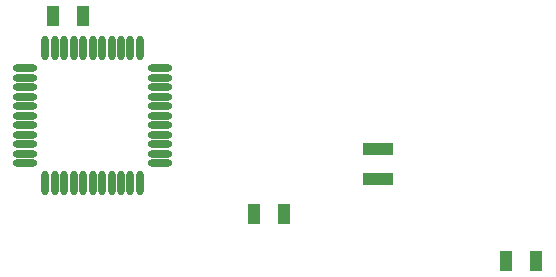
<source format=gtp>
G04*
G04 #@! TF.GenerationSoftware,Altium Limited,Altium Designer,21.3.2 (30)*
G04*
G04 Layer_Color=8421504*
%FSLAX25Y25*%
%MOIN*%
G70*
G04*
G04 #@! TF.SameCoordinates,394D426F-0CA9-4E3C-942C-AD562F4B4749*
G04*
G04*
G04 #@! TF.FilePolarity,Positive*
G04*
G01*
G75*
%ADD20R,0.04352X0.06528*%
%ADD21R,0.09843X0.03937*%
%ADD22O,0.08071X0.02362*%
%ADD23O,0.02362X0.08071*%
D20*
X167975Y171000D02*
D03*
X178025D02*
D03*
X318975Y89500D02*
D03*
X329025D02*
D03*
X234975Y105000D02*
D03*
X245025D02*
D03*
D21*
X276287Y116776D02*
D03*
Y126618D02*
D03*
D22*
X203543Y153543D02*
D03*
Y150394D02*
D03*
Y147244D02*
D03*
Y144095D02*
D03*
Y140945D02*
D03*
Y137795D02*
D03*
Y134646D02*
D03*
Y131496D02*
D03*
Y128347D02*
D03*
Y125197D02*
D03*
Y122047D02*
D03*
X158661D02*
D03*
Y125197D02*
D03*
Y128347D02*
D03*
Y131496D02*
D03*
Y134646D02*
D03*
Y137795D02*
D03*
Y140945D02*
D03*
Y144095D02*
D03*
Y147244D02*
D03*
Y150394D02*
D03*
Y153543D02*
D03*
D23*
X196850Y115354D02*
D03*
X193701D02*
D03*
X190551D02*
D03*
X187402D02*
D03*
X184252D02*
D03*
X181102D02*
D03*
X177953D02*
D03*
X174803D02*
D03*
X171653D02*
D03*
X168504D02*
D03*
X165354D02*
D03*
Y160236D02*
D03*
X168504D02*
D03*
X171653D02*
D03*
X174803D02*
D03*
X177953D02*
D03*
X181102D02*
D03*
X184252D02*
D03*
X187402D02*
D03*
X190551D02*
D03*
X193701D02*
D03*
X196850D02*
D03*
M02*

</source>
